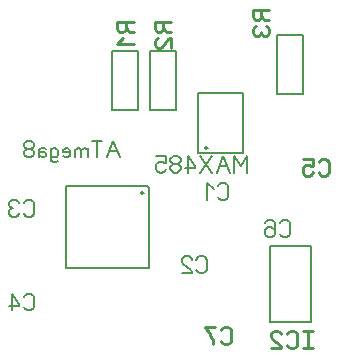
<source format=gbo>
%FSLAX34Y34*%
%MOMM*%
%LNSILK_BOTTOM*%
G71*
G01*
%ADD10C, 0.17*%
%ADD11C, 0.25*%
%ADD12C, 0.10*%
%ADD13C, 0.18*%
%LPD*%
G54D10*
X184175Y32525D02*
X116175Y32525D01*
X116175Y-37475D01*
X186175Y-37475D01*
X186175Y30525D01*
X184175Y32525D01*
G54D10*
X155214Y146131D02*
X177214Y146131D01*
X177214Y96131D01*
X155214Y96131D01*
X155214Y146131D01*
G54D11*
X166452Y166606D02*
X168230Y163406D01*
X170008Y162340D01*
X173563Y162340D01*
G54D11*
X173563Y170873D02*
X159341Y170873D01*
X159341Y165540D01*
X160230Y163406D01*
X162008Y162340D01*
X163785Y162340D01*
X165563Y163406D01*
X166452Y165540D01*
X166452Y170873D01*
G54D11*
X164674Y157362D02*
X159341Y152029D01*
X173563Y152029D01*
G54D10*
X186964Y146131D02*
X208964Y146131D01*
X208964Y96131D01*
X186964Y96131D01*
X186964Y146131D01*
G54D11*
X198187Y166906D02*
X199964Y163706D01*
X201742Y162640D01*
X205298Y162640D01*
G54D11*
X205298Y171173D02*
X191075Y171173D01*
X191075Y165840D01*
X191964Y163706D01*
X193742Y162640D01*
X195520Y162640D01*
X197298Y163706D01*
X198187Y165840D01*
X198187Y171173D01*
G54D11*
X205298Y149129D02*
X205298Y157662D01*
X204409Y157662D01*
X202631Y156595D01*
X197298Y150195D01*
X195520Y149129D01*
X193742Y149129D01*
X191964Y150195D01*
X191075Y152329D01*
X191075Y154462D01*
X191964Y156595D01*
X193742Y157662D01*
G54D10*
X323679Y-83278D02*
X288679Y-83278D01*
X288679Y-18278D01*
X323679Y-18278D01*
X323679Y-83278D01*
G54D11*
X325178Y-105011D02*
X316645Y-105011D01*
G54D11*
X320912Y-105011D02*
X320912Y-90789D01*
G54D11*
X325178Y-90789D02*
X316645Y-90789D01*
G54D11*
X303134Y-102344D02*
X304201Y-104122D01*
X306334Y-105011D01*
X308467Y-105011D01*
X310601Y-104122D01*
X311667Y-102344D01*
X311667Y-93456D01*
X310601Y-91678D01*
X308467Y-90789D01*
X306334Y-90789D01*
X304201Y-91678D01*
X303134Y-93456D01*
G54D11*
X289623Y-105011D02*
X298156Y-105011D01*
X298156Y-104122D01*
X297090Y-102344D01*
X290690Y-97011D01*
X289623Y-95233D01*
X289623Y-93456D01*
X290690Y-91678D01*
X292823Y-90789D01*
X294956Y-90789D01*
X297090Y-91678D01*
X298156Y-93456D01*
G54D10*
X227995Y60494D02*
X227995Y111294D01*
X266195Y111294D01*
X266195Y60494D01*
X227995Y60494D01*
G54D12*
G75*
G01X236025Y64250D02*
G03X236025Y64250I-1600J0D01*
G01*
G36*
G75*
G01X236025Y64250D02*
G03X236025Y64250I-1600J0D01*
G01*
G37*
X236025Y64250D01*
G54D12*
G75*
G01X182025Y26150D02*
G03X182025Y26150I-1600J0D01*
G01*
G36*
G75*
G01X182025Y26150D02*
G03X182025Y26150I-1600J0D01*
G01*
G37*
X182025Y26150D01*
G54D10*
X316514Y110013D02*
X294514Y110013D01*
X294514Y160013D01*
X316514Y160013D01*
X316514Y110013D01*
G54D11*
X281036Y176913D02*
X282814Y173713D01*
X284592Y172646D01*
X288147Y172646D01*
G54D11*
X288147Y181180D02*
X273925Y181180D01*
X273925Y175846D01*
X274814Y173713D01*
X276592Y172646D01*
X278369Y172646D01*
X280147Y173713D01*
X281036Y175846D01*
X281036Y181180D01*
G54D11*
X276592Y167669D02*
X274814Y166602D01*
X273925Y164469D01*
X273925Y162335D01*
X274814Y160202D01*
X276592Y159135D01*
X278369Y159135D01*
X280147Y160202D01*
X281036Y162335D01*
X281925Y160202D01*
X283703Y159135D01*
X285480Y159135D01*
X287258Y160202D01*
X288147Y162335D01*
X288147Y164469D01*
X287258Y166602D01*
X285480Y167669D01*
G54D13*
X161358Y56367D02*
X156025Y70589D01*
X150692Y56367D01*
G54D13*
X159225Y61700D02*
X152825Y61700D01*
G54D13*
X142514Y56367D02*
X142514Y70589D01*
G54D13*
X146780Y70589D02*
X138247Y70589D01*
G54D13*
X134336Y56367D02*
X134336Y64367D01*
G54D13*
X134336Y62945D02*
X132203Y64367D01*
X130070Y63834D01*
X129003Y62589D01*
X129003Y56367D01*
G54D13*
X129003Y62945D02*
X126870Y64367D01*
X124736Y63834D01*
X123670Y62589D01*
X123670Y56367D01*
G54D13*
X113358Y57256D02*
X115065Y56367D01*
X117198Y56367D01*
X119332Y57256D01*
X119758Y59034D01*
X119758Y62056D01*
X118692Y63834D01*
X116558Y64367D01*
X114425Y63834D01*
X113358Y62589D01*
X113358Y60811D01*
X119758Y60811D01*
G54D13*
X109448Y53700D02*
X107314Y52811D01*
X105821Y52811D01*
X103688Y53700D01*
X103048Y55478D01*
X103048Y64367D01*
G54D13*
X103048Y62056D02*
X104114Y63834D01*
X106248Y64367D01*
X108381Y63834D01*
X109448Y62056D01*
X109448Y58500D01*
X108381Y56723D01*
X106248Y56367D01*
X104114Y56723D01*
X103048Y58500D01*
G54D13*
X99136Y63478D02*
X97003Y64367D01*
X94443Y64367D01*
X92736Y62589D01*
X92736Y56367D01*
G54D13*
X92736Y59034D02*
X93803Y60811D01*
X95936Y61167D01*
X98070Y60811D01*
X99136Y59034D01*
X98710Y57256D01*
X97003Y56367D01*
X95936Y56367D01*
X95510Y56367D01*
X93803Y57256D01*
X92736Y59034D01*
G54D13*
X83492Y63478D02*
X85626Y63478D01*
X87759Y64367D01*
X88826Y66145D01*
X88826Y67923D01*
X87759Y69700D01*
X85626Y70589D01*
X83492Y70589D01*
X81359Y69700D01*
X80292Y67923D01*
X80292Y66145D01*
X81359Y64367D01*
X83492Y63478D01*
X81359Y62589D01*
X80292Y60811D01*
X80292Y59034D01*
X81359Y57256D01*
X83492Y56367D01*
X85626Y56367D01*
X87759Y57256D01*
X88826Y59034D01*
X88826Y60811D01*
X87759Y62589D01*
X85626Y63478D01*
G54D13*
X244825Y22961D02*
X245892Y21183D01*
X248025Y20294D01*
X250158Y20294D01*
X252292Y21183D01*
X253358Y22961D01*
X253358Y31850D01*
X252292Y33628D01*
X250158Y34516D01*
X248025Y34516D01*
X245892Y33628D01*
X244825Y31850D01*
G54D13*
X240914Y29183D02*
X235581Y34516D01*
X235581Y20294D01*
G54D13*
X226487Y-38992D02*
X227554Y-40770D01*
X229687Y-41659D01*
X231820Y-41659D01*
X233954Y-40770D01*
X235020Y-38992D01*
X235020Y-30103D01*
X233954Y-28326D01*
X231820Y-27437D01*
X229687Y-27437D01*
X227554Y-28326D01*
X226487Y-30103D01*
G54D13*
X214043Y-41659D02*
X222576Y-41659D01*
X222576Y-40770D01*
X221510Y-38992D01*
X215110Y-33659D01*
X214043Y-31881D01*
X214043Y-30103D01*
X215110Y-28326D01*
X217243Y-27437D01*
X219376Y-27437D01*
X221510Y-28326D01*
X222576Y-30103D01*
G54D13*
X80288Y8873D02*
X81355Y7095D01*
X83488Y6206D01*
X85622Y6206D01*
X87755Y7095D01*
X88822Y8873D01*
X88822Y17762D01*
X87755Y19539D01*
X85622Y20428D01*
X83488Y20428D01*
X81355Y19539D01*
X80288Y17762D01*
G54D13*
X76378Y17762D02*
X75311Y19539D01*
X73178Y20428D01*
X71044Y20428D01*
X68911Y19539D01*
X67844Y17762D01*
X67844Y15984D01*
X68911Y14206D01*
X71044Y13317D01*
X68911Y12428D01*
X67844Y10650D01*
X67844Y8873D01*
X68911Y7095D01*
X71044Y6206D01*
X73178Y6206D01*
X75311Y7095D01*
X76378Y8873D01*
G54D13*
X80489Y-70596D02*
X81556Y-72374D01*
X83689Y-73263D01*
X85822Y-73263D01*
X87956Y-72374D01*
X89022Y-70596D01*
X89022Y-61707D01*
X87956Y-59930D01*
X85822Y-59041D01*
X83689Y-59041D01*
X81556Y-59930D01*
X80489Y-61707D01*
G54D13*
X70178Y-73263D02*
X70178Y-59041D01*
X76578Y-67930D01*
X76578Y-69707D01*
X68045Y-69707D01*
G54D11*
X247187Y-98994D02*
X248254Y-100772D01*
X250387Y-101661D01*
X252520Y-101661D01*
X254654Y-100772D01*
X255720Y-98994D01*
X255720Y-90105D01*
X254654Y-88328D01*
X252520Y-87439D01*
X250387Y-87439D01*
X248254Y-88328D01*
X247187Y-90105D01*
G54D11*
X242210Y-87439D02*
X233676Y-87439D01*
X234743Y-89217D01*
X236876Y-91883D01*
X239010Y-95439D01*
X240076Y-98105D01*
X240076Y-101661D01*
G54D13*
X297025Y-8244D02*
X298092Y-10022D01*
X300225Y-10911D01*
X302359Y-10911D01*
X304492Y-10022D01*
X305559Y-8244D01*
X305559Y645D01*
X304492Y2422D01*
X302359Y3311D01*
X300225Y3311D01*
X298092Y2422D01*
X297025Y645D01*
G54D13*
X284581Y645D02*
X285648Y2422D01*
X287781Y3311D01*
X289915Y3311D01*
X292048Y2422D01*
X293115Y645D01*
X293115Y-3800D01*
X293115Y-4689D01*
X289915Y-2911D01*
X287781Y-2911D01*
X285648Y-3800D01*
X284581Y-5578D01*
X284581Y-8244D01*
X285648Y-10022D01*
X287781Y-10911D01*
X289915Y-10911D01*
X292048Y-10022D01*
X293115Y-8244D01*
X293115Y-3800D01*
G54D11*
X329822Y43576D02*
X330889Y41798D01*
X333022Y40909D01*
X335156Y40909D01*
X337289Y41798D01*
X338356Y43576D01*
X338356Y52465D01*
X337289Y54242D01*
X335156Y55131D01*
X333022Y55131D01*
X330889Y54242D01*
X329822Y52465D01*
G54D11*
X316311Y55131D02*
X324845Y55131D01*
X324845Y48909D01*
X323778Y48909D01*
X321645Y49798D01*
X319511Y49798D01*
X317378Y48909D01*
X316311Y47131D01*
X316311Y43576D01*
X317378Y41798D01*
X319511Y40909D01*
X321645Y40909D01*
X323778Y41798D01*
X324845Y43576D01*
G54D13*
X269185Y43556D02*
X269185Y57778D01*
X263852Y48889D01*
X258518Y57778D01*
X258518Y43556D01*
G54D13*
X254607Y43556D02*
X249274Y57778D01*
X243940Y43556D01*
G54D13*
X252474Y48889D02*
X246074Y48889D01*
G54D13*
X240029Y57778D02*
X229362Y43556D01*
G54D13*
X240029Y43556D02*
X229362Y57778D01*
G54D13*
X219051Y43556D02*
X219051Y57778D01*
X225451Y48889D01*
X225451Y47111D01*
X216918Y47111D01*
G54D13*
X207674Y50667D02*
X209807Y50667D01*
X211940Y51556D01*
X213007Y53333D01*
X213007Y55111D01*
X211940Y56889D01*
X209807Y57778D01*
X207674Y57778D01*
X205540Y56889D01*
X204474Y55111D01*
X204474Y53333D01*
X205540Y51556D01*
X207674Y50667D01*
X205540Y49778D01*
X204474Y48000D01*
X204474Y46222D01*
X205540Y44444D01*
X207674Y43556D01*
X209807Y43556D01*
X211940Y44444D01*
X213007Y46222D01*
X213007Y48000D01*
X211940Y49778D01*
X209807Y50667D01*
G54D13*
X192030Y57778D02*
X200563Y57778D01*
X200563Y51556D01*
X199496Y51556D01*
X197363Y52444D01*
X195230Y52444D01*
X193096Y51556D01*
X192030Y49778D01*
X192030Y46222D01*
X193096Y44444D01*
X195230Y43556D01*
X197363Y43556D01*
X199496Y44444D01*
X200563Y46222D01*
M02*

</source>
